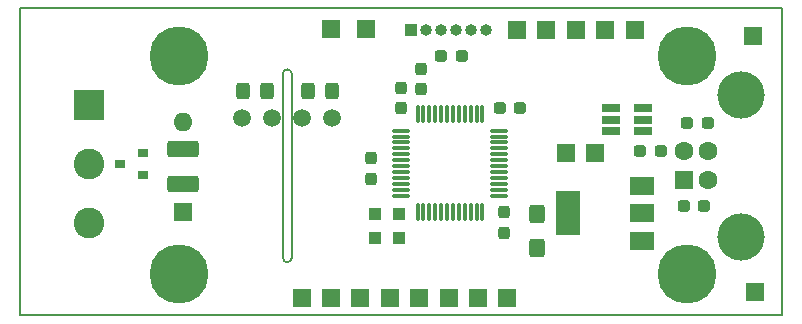
<source format=gbr>
G04 #@! TF.GenerationSoftware,KiCad,Pcbnew,6.0.5*
G04 #@! TF.CreationDate,2022-09-23T16:59:50+03:00*
G04 #@! TF.ProjectId,stm32,73746d33-322e-46b6-9963-61645f706362,rev?*
G04 #@! TF.SameCoordinates,Original*
G04 #@! TF.FileFunction,Soldermask,Top*
G04 #@! TF.FilePolarity,Negative*
%FSLAX46Y46*%
G04 Gerber Fmt 4.6, Leading zero omitted, Abs format (unit mm)*
G04 Created by KiCad (PCBNEW 6.0.5) date 2022-09-23 16:59:50*
%MOMM*%
%LPD*%
G01*
G04 APERTURE LIST*
G04 Aperture macros list*
%AMRoundRect*
0 Rectangle with rounded corners*
0 $1 Rounding radius*
0 $2 $3 $4 $5 $6 $7 $8 $9 X,Y pos of 4 corners*
0 Add a 4 corners polygon primitive as box body*
4,1,4,$2,$3,$4,$5,$6,$7,$8,$9,$2,$3,0*
0 Add four circle primitives for the rounded corners*
1,1,$1+$1,$2,$3*
1,1,$1+$1,$4,$5*
1,1,$1+$1,$6,$7*
1,1,$1+$1,$8,$9*
0 Add four rect primitives between the rounded corners*
20,1,$1+$1,$2,$3,$4,$5,0*
20,1,$1+$1,$4,$5,$6,$7,0*
20,1,$1+$1,$6,$7,$8,$9,0*
20,1,$1+$1,$8,$9,$2,$3,0*%
G04 Aperture macros list end*
G04 #@! TA.AperFunction,Profile*
%ADD10C,0.150000*%
G04 #@! TD*
%ADD11R,1.500000X1.500000*%
%ADD12R,1.000000X1.000000*%
%ADD13R,1.600000X1.600000*%
%ADD14C,1.600000*%
%ADD15C,4.000000*%
%ADD16O,1.000000X1.000000*%
%ADD17R,1.560000X0.650000*%
%ADD18R,2.000000X1.500000*%
%ADD19R,2.000000X3.800000*%
%ADD20RoundRect,0.250000X-0.325000X-0.450000X0.325000X-0.450000X0.325000X0.450000X-0.325000X0.450000X0*%
%ADD21RoundRect,0.237500X-0.287500X-0.237500X0.287500X-0.237500X0.287500X0.237500X-0.287500X0.237500X0*%
%ADD22RoundRect,0.250000X-0.425000X0.537500X-0.425000X-0.537500X0.425000X-0.537500X0.425000X0.537500X0*%
%ADD23RoundRect,0.237500X-0.237500X0.287500X-0.237500X-0.287500X0.237500X-0.287500X0.237500X0.287500X0*%
%ADD24RoundRect,0.237500X0.287500X0.237500X-0.287500X0.237500X-0.287500X-0.237500X0.287500X-0.237500X0*%
%ADD25RoundRect,0.237500X0.237500X-0.287500X0.237500X0.287500X-0.237500X0.287500X-0.237500X-0.287500X0*%
%ADD26R,0.900000X0.800000*%
%ADD27C,2.600000*%
%ADD28R,2.600000X2.600000*%
%ADD29C,5.000000*%
%ADD30C,1.500000*%
%ADD31RoundRect,0.250001X-1.074999X0.462499X-1.074999X-0.462499X1.074999X-0.462499X1.074999X0.462499X0*%
%ADD32O,1.600000X1.600000*%
%ADD33RoundRect,0.075000X-0.662500X-0.075000X0.662500X-0.075000X0.662500X0.075000X-0.662500X0.075000X0*%
%ADD34RoundRect,0.075000X-0.075000X-0.662500X0.075000X-0.662500X0.075000X0.662500X-0.075000X0.662500X0*%
G04 APERTURE END LIST*
D10*
X61000000Y-75500000D02*
X125500000Y-75500000D01*
X61000000Y-49500000D02*
X61000000Y-75500000D01*
X125500000Y-50000000D02*
X125500000Y-49500000D01*
X61000000Y-49500000D02*
X125500000Y-49500000D01*
X84010500Y-55054500D02*
G75*
G03*
X83248500Y-55054500I-381000J0D01*
G01*
X83248500Y-70612000D02*
G75*
G03*
X84010500Y-70612000I381000J0D01*
G01*
X84010500Y-55054500D02*
X84010500Y-70612000D01*
X83248500Y-55054500D02*
X83248500Y-70612000D01*
X125500000Y-75500000D02*
X125500000Y-50000000D01*
D11*
X102260400Y-74066400D03*
X99771200Y-74066400D03*
D12*
X93065600Y-68935600D03*
X91084400Y-68935600D03*
X93065600Y-66954400D03*
X91084400Y-66954400D03*
D11*
X87325200Y-51257200D03*
X90322400Y-51257200D03*
X123037600Y-51866800D03*
X123190000Y-73507600D03*
D13*
X117221000Y-64071500D03*
D14*
X117221000Y-61571500D03*
X119221000Y-61571500D03*
X119221000Y-64071500D03*
D15*
X122081000Y-56821500D03*
X122081000Y-68821500D03*
D12*
X94132400Y-51308000D03*
D16*
X95402400Y-51308000D03*
X96672400Y-51308000D03*
X97942400Y-51308000D03*
X99212400Y-51308000D03*
X100482400Y-51308000D03*
D11*
X113030000Y-51308000D03*
X97282000Y-74066400D03*
X108051600Y-51308000D03*
X110540800Y-51308000D03*
X94792800Y-74066400D03*
X92303600Y-74066400D03*
X103076000Y-51308000D03*
X105562400Y-51308000D03*
X107188000Y-61772800D03*
X109677200Y-61772800D03*
X89814400Y-74066400D03*
X87325200Y-74066400D03*
X84836000Y-74066400D03*
D17*
X113741200Y-59878000D03*
X113741200Y-58928000D03*
X113741200Y-57978000D03*
X111041200Y-57978000D03*
X111041200Y-58928000D03*
X111041200Y-59878000D03*
D18*
X113690400Y-69166800D03*
X113690400Y-64566800D03*
X113690400Y-66866800D03*
D19*
X107390400Y-66866800D03*
D20*
X81915000Y-56515000D03*
X79865000Y-56515000D03*
X87457500Y-56515000D03*
X85407500Y-56515000D03*
D21*
X118945600Y-66243200D03*
X117195600Y-66243200D03*
D22*
X104800400Y-66903600D03*
X104800400Y-69778600D03*
D23*
X93268800Y-57962800D03*
X93268800Y-56212800D03*
D24*
X101600000Y-57962800D03*
X103350000Y-57962800D03*
D25*
X101955600Y-66751200D03*
X101955600Y-68501200D03*
D23*
X90728800Y-62167800D03*
X90728800Y-63917800D03*
D26*
X71437500Y-63622000D03*
X71437500Y-61722000D03*
X69437500Y-62672000D03*
D27*
X66802000Y-67658000D03*
X66802000Y-62658000D03*
D28*
X66802000Y-57658000D03*
D29*
X74500000Y-53500000D03*
X117500000Y-53500000D03*
X117500000Y-72000000D03*
X74500000Y-72000000D03*
D30*
X87439500Y-58801000D03*
X84899500Y-58801000D03*
X82359500Y-58801000D03*
X79819500Y-58801000D03*
D31*
X74828400Y-61417200D03*
X74828400Y-64392200D03*
D24*
X115276600Y-61569600D03*
X113526600Y-61569600D03*
X117477600Y-59182000D03*
X119227600Y-59182000D03*
X98411000Y-53543200D03*
X96661000Y-53543200D03*
D25*
X94945200Y-54610000D03*
X94945200Y-56360000D03*
D13*
X74828400Y-66751200D03*
D32*
X74828400Y-59131200D03*
D33*
X93246500Y-59861000D03*
X93246500Y-60361000D03*
X93246500Y-60861000D03*
X93246500Y-61361000D03*
X93246500Y-61861000D03*
X93246500Y-62361000D03*
X93246500Y-62861000D03*
X93246500Y-63361000D03*
X93246500Y-63861000D03*
X93246500Y-64361000D03*
X93246500Y-64861000D03*
X93246500Y-65361000D03*
D34*
X94659000Y-66773500D03*
X95159000Y-66773500D03*
X95659000Y-66773500D03*
X96159000Y-66773500D03*
X96659000Y-66773500D03*
X97159000Y-66773500D03*
X97659000Y-66773500D03*
X98159000Y-66773500D03*
X98659000Y-66773500D03*
X99159000Y-66773500D03*
X99659000Y-66773500D03*
X100159000Y-66773500D03*
D33*
X101571500Y-65361000D03*
X101571500Y-64861000D03*
X101571500Y-64361000D03*
X101571500Y-63861000D03*
X101571500Y-63361000D03*
X101571500Y-62861000D03*
X101571500Y-62361000D03*
X101571500Y-61861000D03*
X101571500Y-61361000D03*
X101571500Y-60861000D03*
X101571500Y-60361000D03*
X101571500Y-59861000D03*
D34*
X100159000Y-58448500D03*
X99659000Y-58448500D03*
X99159000Y-58448500D03*
X98659000Y-58448500D03*
X98159000Y-58448500D03*
X97659000Y-58448500D03*
X97159000Y-58448500D03*
X96659000Y-58448500D03*
X96159000Y-58448500D03*
X95659000Y-58448500D03*
X95159000Y-58448500D03*
X94659000Y-58448500D03*
M02*

</source>
